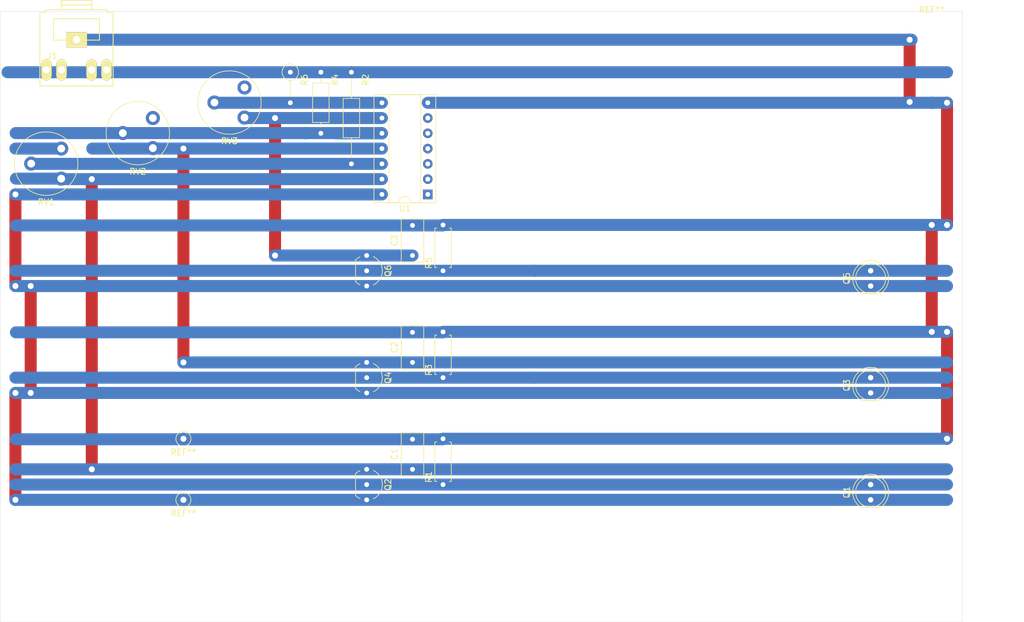
<source format=kicad_pcb>
(kicad_pcb (version 20171130) (host pcbnew "(5.1.6)-1")

  (general
    (thickness 1.6)
    (drawings 7)
    (tracks 96)
    (zones 0)
    (modules 23)
    (nets 16)
  )

  (page A4)
  (layers
    (0 F.Cu signal)
    (31 B.Cu signal)
    (32 B.Adhes user)
    (33 F.Adhes user)
    (34 B.Paste user)
    (35 F.Paste user)
    (36 B.SilkS user)
    (37 F.SilkS user)
    (38 B.Mask user)
    (39 F.Mask user)
    (40 Dwgs.User user)
    (41 Cmts.User user)
    (42 Eco1.User user)
    (43 Eco2.User user)
    (44 Edge.Cuts user)
    (45 Margin user)
    (46 B.CrtYd user)
    (47 F.CrtYd user)
    (48 B.Fab user)
    (49 F.Fab user)
  )

  (setup
    (last_trace_width 2)
    (user_trace_width 2)
    (trace_clearance 0.2)
    (zone_clearance 0.508)
    (zone_45_only no)
    (trace_min 0.2)
    (via_size 0.8)
    (via_drill 0.4)
    (via_min_size 0.4)
    (via_min_drill 0.3)
    (user_via 2 1)
    (uvia_size 0.3)
    (uvia_drill 0.1)
    (uvias_allowed no)
    (uvia_min_size 0.2)
    (uvia_min_drill 0.1)
    (edge_width 0.05)
    (segment_width 0.2)
    (pcb_text_width 0.3)
    (pcb_text_size 1.5 1.5)
    (mod_edge_width 0.12)
    (mod_text_size 1 1)
    (mod_text_width 0.15)
    (pad_size 1.524 1.524)
    (pad_drill 0.762)
    (pad_to_mask_clearance 0.05)
    (aux_axis_origin 0 0)
    (visible_elements 7FFFFFFF)
    (pcbplotparams
      (layerselection 0x010fc_ffffffff)
      (usegerberextensions false)
      (usegerberattributes true)
      (usegerberadvancedattributes true)
      (creategerberjobfile true)
      (excludeedgelayer true)
      (linewidth 0.100000)
      (plotframeref false)
      (viasonmask false)
      (mode 1)
      (useauxorigin false)
      (hpglpennumber 1)
      (hpglpenspeed 20)
      (hpglpendiameter 15.000000)
      (psnegative false)
      (psa4output false)
      (plotreference true)
      (plotvalue true)
      (plotinvisibletext false)
      (padsonsilk false)
      (subtractmaskfromsilk false)
      (outputformat 4)
      (mirror false)
      (drillshape 0)
      (scaleselection 1)
      (outputdirectory "pdf/"))
  )

  (net 0 "")
  (net 1 GND)
  (net 2 "Net-(C1-Pad1)")
  (net 3 "Net-(C2-Pad1)")
  (net 4 "Net-(C3-Pad1)")
  (net 5 "Net-(J1-PadR)")
  (net 6 "Net-(Q1-Pad2)")
  (net 7 +9V)
  (net 8 "Net-(Q3-Pad2)")
  (net 9 "Net-(Q5-Pad2)")
  (net 10 "Net-(R2-Pad2)")
  (net 11 "Net-(R4-Pad2)")
  (net 12 "Net-(R6-Pad2)")
  (net 13 "Net-(RV1-Pad1)")
  (net 14 "Net-(RV2-Pad1)")
  (net 15 "Net-(RV3-Pad1)")

  (net_class Default "This is the default net class."
    (clearance 0.2)
    (trace_width 0.25)
    (via_dia 0.8)
    (via_drill 0.4)
    (uvia_dia 0.3)
    (uvia_drill 0.1)
    (add_net +9V)
    (add_net GND)
    (add_net "Net-(C1-Pad1)")
    (add_net "Net-(C2-Pad1)")
    (add_net "Net-(C3-Pad1)")
    (add_net "Net-(J1-PadR)")
    (add_net "Net-(Q1-Pad2)")
    (add_net "Net-(Q3-Pad2)")
    (add_net "Net-(Q5-Pad2)")
    (add_net "Net-(R2-Pad2)")
    (add_net "Net-(R4-Pad2)")
    (add_net "Net-(R6-Pad2)")
    (add_net "Net-(RV1-Pad1)")
    (add_net "Net-(RV2-Pad1)")
    (add_net "Net-(RV3-Pad1)")
  )

  (module MountingHole:MountingHole_4.3mm_M4 (layer F.Cu) (tedit 56D1B4CB) (tstamp 5F278FFC)
    (at 256.54 55.88)
    (descr "Mounting Hole 4.3mm, no annular, M4")
    (tags "mounting hole 4.3mm no annular m4")
    (attr virtual)
    (fp_text reference REF** (at 0 -5.3) (layer F.SilkS)
      (effects (font (size 1 1) (thickness 0.15)))
    )
    (fp_text value MountingHole_4.3mm_M4 (at 0 5.3) (layer F.Fab)
      (effects (font (size 1 1) (thickness 0.15)))
    )
    (fp_circle (center 0 0) (end 4.55 0) (layer F.CrtYd) (width 0.05))
    (fp_circle (center 0 0) (end 4.3 0) (layer Cmts.User) (width 0.15))
    (fp_text user %R (at 0.3 0) (layer F.Fab)
      (effects (font (size 1 1) (thickness 0.15)))
    )
    (pad 1 np_thru_hole circle (at 0 0) (size 4.3 4.3) (drill 4.3) (layers *.Cu *.Mask))
  )

  (module lib:Tayda_3.5mm_stereo_TRS_jack_A-853 (layer F.Cu) (tedit 56D1364A) (tstamp 5F27BA4F)
    (at 114.3 57.15)
    (path /5F2B22A2)
    (fp_text reference J1 (at -4.03 1.08 180) (layer F.SilkS)
      (effects (font (size 1 1) (thickness 0.15)))
    )
    (fp_text value AudioJack3 (at 0 5 180) (layer F.Fab)
      (effects (font (size 1 1) (thickness 0.15)))
    )
    (fp_line (start 6.096 6.096) (end -6.096 6.096) (layer F.SilkS) (width 0.15))
    (fp_line (start 6.096 -6.096) (end 6.096 6.096) (layer F.SilkS) (width 0.15))
    (fp_line (start -6.096 6.096) (end -6.096 -6.096) (layer F.SilkS) (width 0.15))
    (fp_line (start -2.54 -8.128) (end 2.54 -8.128) (layer F.SilkS) (width 0.15))
    (fp_line (start 5.08 -6.604) (end 5.08 -6.096) (layer F.SilkS) (width 0.15))
    (fp_line (start -5.08 -6.604) (end 5.08 -6.604) (layer F.SilkS) (width 0.15))
    (fp_line (start -5.08 -6.35) (end -5.08 -6.604) (layer F.SilkS) (width 0.15))
    (fp_line (start -5.08 -6.096) (end -5.08 -6.35) (layer F.SilkS) (width 0.15))
    (fp_line (start -2.54 -7.366) (end 2.54 -7.366) (layer F.SilkS) (width 0.15))
    (fp_line (start 2.54 -6.604) (end 2.54 -8.128) (layer F.SilkS) (width 0.15))
    (fp_line (start -2.54 -8.128) (end -2.54 -6.604) (layer F.SilkS) (width 0.15))
    (fp_line (start 6.096 -6.096) (end 5.08 -6.096) (layer F.SilkS) (width 0.15))
    (fp_line (start -5.08 -6.096) (end -6.096 -6.096) (layer F.SilkS) (width 0.15))
    (fp_line (start 3.81 -1.524) (end 1.778 -1.524) (layer F.SilkS) (width 0.15))
    (fp_line (start 3.81 -5.08) (end 3.81 -1.524) (layer F.SilkS) (width 0.15))
    (fp_line (start -3.81 -5.08) (end 3.81 -5.08) (layer F.SilkS) (width 0.15))
    (fp_line (start -3.81 -1.524) (end -3.81 -5.08) (layer F.SilkS) (width 0.15))
    (fp_line (start -1.778 -1.524) (end -3.81 -1.524) (layer F.SilkS) (width 0.15))
    (fp_text user KEEPOUT (at 0 6.48) (layer Cmts.User)
      (effects (font (size 0.4 0.4) (thickness 0.051)))
    )
    (fp_text user %R (at 0 8 180) (layer F.Fab)
      (effects (font (size 1 1) (thickness 0.15)))
    )
    (pad 5 thru_hole oval (at -2.5 3.41) (size 1.75 3.5) (drill 1.2) (layers *.Cu *.Mask F.SilkS)
      (net 5 "Net-(J1-PadR)"))
    (pad 4 thru_hole oval (at 2.5 3.41) (size 1.75 3.5) (drill 1.2) (layers *.Cu *.Mask F.SilkS)
      (net 5 "Net-(J1-PadR)"))
    (pad 3 thru_hole oval (at -5 3.41) (size 1.75 3.5) (drill 1.2) (layers *.Cu *.Mask F.SilkS)
      (net 5 "Net-(J1-PadR)"))
    (pad 2 thru_hole oval (at 5 3.41) (size 1.75 3.5) (drill 1.2) (layers *.Cu *.Mask F.SilkS)
      (net 5 "Net-(J1-PadR)"))
    (pad 1 thru_hole rect (at 0 -1.596) (size 3.5 2.5) (drill 1.2) (layers *.Cu *.Mask F.SilkS)
      (net 1 GND))
  )

  (module Connector_Pin:Pin_D1.0mm_L10.0mm (layer F.Cu) (tedit 5A1DC084) (tstamp 5F27B921)
    (at 132.08 132.08)
    (descr "solder Pin_ diameter 1.0mm, hole diameter 1.0mm (press fit), length 10.0mm")
    (tags "solder Pin_ press fit")
    (fp_text reference REF** (at 0 2.25) (layer F.SilkS)
      (effects (font (size 1 1) (thickness 0.15)))
    )
    (fp_text value Pin_D1.0mm_L10.0mm (at 0 -2.05) (layer F.Fab)
      (effects (font (size 1 1) (thickness 0.15)))
    )
    (fp_circle (center 0 0) (end 1.25 0.05) (layer F.SilkS) (width 0.12))
    (fp_circle (center 0 0) (end 1 0) (layer F.Fab) (width 0.12))
    (fp_circle (center 0 0) (end 0.5 0) (layer F.Fab) (width 0.12))
    (fp_circle (center 0 0) (end 1.5 0) (layer F.CrtYd) (width 0.05))
    (fp_text user %R (at 0 2.25) (layer F.Fab)
      (effects (font (size 1 1) (thickness 0.15)))
    )
    (pad 1 thru_hole circle (at 0 0) (size 2 2) (drill 1) (layers *.Cu *.Mask))
    (model ${KISYS3DMOD}/Connector_Pin.3dshapes/Pin_D1.0mm_L10.0mm.wrl
      (at (xyz 0 0 0))
      (scale (xyz 1 1 1))
      (rotate (xyz 0 0 0))
    )
  )

  (module Connector_Pin:Pin_D1.0mm_L10.0mm (layer F.Cu) (tedit 5A1DC084) (tstamp 5F27B91E)
    (at 132.08 121.92)
    (descr "solder Pin_ diameter 1.0mm, hole diameter 1.0mm (press fit), length 10.0mm")
    (tags "solder Pin_ press fit")
    (fp_text reference REF** (at 0 2.25) (layer F.SilkS)
      (effects (font (size 1 1) (thickness 0.15)))
    )
    (fp_text value Pin_D1.0mm_L10.0mm (at 0 -2.05) (layer F.Fab)
      (effects (font (size 1 1) (thickness 0.15)))
    )
    (fp_circle (center 0 0) (end 1.25 0.05) (layer F.SilkS) (width 0.12))
    (fp_circle (center 0 0) (end 1 0) (layer F.Fab) (width 0.12))
    (fp_circle (center 0 0) (end 0.5 0) (layer F.Fab) (width 0.12))
    (fp_circle (center 0 0) (end 1.5 0) (layer F.CrtYd) (width 0.05))
    (fp_text user %R (at 0 2.25) (layer F.Fab)
      (effects (font (size 1 1) (thickness 0.15)))
    )
    (pad 1 thru_hole circle (at 0 0) (size 2 2) (drill 1) (layers *.Cu *.Mask))
    (model ${KISYS3DMOD}/Connector_Pin.3dshapes/Pin_D1.0mm_L10.0mm.wrl
      (at (xyz 0 0 0))
      (scale (xyz 1 1 1))
      (rotate (xyz 0 0 0))
    )
  )

  (module Resistor_THT:R_Axial_DIN0207_L6.3mm_D2.5mm_P5.08mm_Vertical (layer F.Cu) (tedit 5AE5139B) (tstamp 5F2770F3)
    (at 149.86 60.96 270)
    (descr "Resistor, Axial_DIN0207 series, Axial, Vertical, pin pitch=5.08mm, 0.25W = 1/4W, length*diameter=6.3*2.5mm^2, http://cdn-reichelt.de/documents/datenblatt/B400/1_4W%23YAG.pdf")
    (tags "Resistor Axial_DIN0207 series Axial Vertical pin pitch 5.08mm 0.25W = 1/4W length 6.3mm diameter 2.5mm")
    (path /5F2A269D)
    (fp_text reference R6 (at 1.27 -2.37 90) (layer F.SilkS)
      (effects (font (size 1 1) (thickness 0.15)))
    )
    (fp_text value 10K (at 1.27 2.37 90) (layer F.Fab)
      (effects (font (size 1 1) (thickness 0.15)))
    )
    (fp_line (start 6.13 -1.5) (end -1.5 -1.5) (layer F.CrtYd) (width 0.05))
    (fp_line (start 6.13 1.5) (end 6.13 -1.5) (layer F.CrtYd) (width 0.05))
    (fp_line (start -1.5 1.5) (end 6.13 1.5) (layer F.CrtYd) (width 0.05))
    (fp_line (start -1.5 -1.5) (end -1.5 1.5) (layer F.CrtYd) (width 0.05))
    (fp_line (start 1.37 0) (end 3.98 0) (layer F.SilkS) (width 0.12))
    (fp_line (start 0 0) (end 5.08 0) (layer F.Fab) (width 0.1))
    (fp_circle (center 0 0) (end 1.37 0) (layer F.SilkS) (width 0.12))
    (fp_circle (center 0 0) (end 1.25 0) (layer F.Fab) (width 0.1))
    (fp_text user %R (at 1.27 -2.37 90) (layer F.Fab)
      (effects (font (size 1 1) (thickness 0.15)))
    )
    (pad 2 thru_hole oval (at 5.08 0 270) (size 1.6 1.6) (drill 0.8) (layers *.Cu *.Mask)
      (net 12 "Net-(R6-Pad2)"))
    (pad 1 thru_hole circle (at 0 0 270) (size 1.6 1.6) (drill 0.8) (layers *.Cu *.Mask)
      (net 5 "Net-(J1-PadR)"))
    (model ${KISYS3DMOD}/Resistor_THT.3dshapes/R_Axial_DIN0207_L6.3mm_D2.5mm_P5.08mm_Vertical.wrl
      (at (xyz 0 0 0))
      (scale (xyz 1 1 1))
      (rotate (xyz 0 0 0))
    )
  )

  (module Resistor_THT:R_Axial_DIN0207_L6.3mm_D2.5mm_P10.16mm_Horizontal (layer F.Cu) (tedit 5AE5139B) (tstamp 5F27B733)
    (at 154.94 60.96 270)
    (descr "Resistor, Axial_DIN0207 series, Axial, Horizontal, pin pitch=10.16mm, 0.25W = 1/4W, length*diameter=6.3*2.5mm^2, http://cdn-reichelt.de/documents/datenblatt/B400/1_4W%23YAG.pdf")
    (tags "Resistor Axial_DIN0207 series Axial Horizontal pin pitch 10.16mm 0.25W = 1/4W length 6.3mm diameter 2.5mm")
    (path /5F2A0A4D)
    (fp_text reference R4 (at 1.27 -2.37 270) (layer F.SilkS)
      (effects (font (size 1 1) (thickness 0.15)))
    )
    (fp_text value 10K (at 1.27 2.37 270) (layer F.Fab)
      (effects (font (size 1 1) (thickness 0.15)))
    )
    (fp_line (start 11.21 -1.5) (end -1.05 -1.5) (layer F.CrtYd) (width 0.05))
    (fp_line (start 11.21 1.5) (end 11.21 -1.5) (layer F.CrtYd) (width 0.05))
    (fp_line (start -1.05 1.5) (end 11.21 1.5) (layer F.CrtYd) (width 0.05))
    (fp_line (start -1.05 -1.5) (end -1.05 1.5) (layer F.CrtYd) (width 0.05))
    (fp_line (start 9.12 0) (end 8.35 0) (layer F.SilkS) (width 0.12))
    (fp_line (start 1.04 0) (end 1.81 0) (layer F.SilkS) (width 0.12))
    (fp_line (start 8.35 -1.37) (end 1.81 -1.37) (layer F.SilkS) (width 0.12))
    (fp_line (start 8.35 1.37) (end 8.35 -1.37) (layer F.SilkS) (width 0.12))
    (fp_line (start 1.81 1.37) (end 8.35 1.37) (layer F.SilkS) (width 0.12))
    (fp_line (start 1.81 -1.37) (end 1.81 1.37) (layer F.SilkS) (width 0.12))
    (fp_line (start 10.16 0) (end 8.23 0) (layer F.Fab) (width 0.1))
    (fp_line (start 0 0) (end 1.93 0) (layer F.Fab) (width 0.1))
    (fp_line (start 8.23 -1.25) (end 1.93 -1.25) (layer F.Fab) (width 0.1))
    (fp_line (start 8.23 1.25) (end 8.23 -1.25) (layer F.Fab) (width 0.1))
    (fp_line (start 1.93 1.25) (end 8.23 1.25) (layer F.Fab) (width 0.1))
    (fp_line (start 1.93 -1.25) (end 1.93 1.25) (layer F.Fab) (width 0.1))
    (fp_text user %R (at 1.27 -2.37 270) (layer F.Fab)
      (effects (font (size 1 1) (thickness 0.15)))
    )
    (pad 2 thru_hole oval (at 10.16 0 270) (size 1.6 1.6) (drill 0.8) (layers *.Cu *.Mask)
      (net 11 "Net-(R4-Pad2)"))
    (pad 1 thru_hole circle (at 0 0 270) (size 1.6 1.6) (drill 0.8) (layers *.Cu *.Mask)
      (net 5 "Net-(J1-PadR)"))
    (model ${KISYS3DMOD}/Resistor_THT.3dshapes/R_Axial_DIN0207_L6.3mm_D2.5mm_P10.16mm_Horizontal.wrl
      (at (xyz 0 0 0))
      (scale (xyz 1 1 1))
      (rotate (xyz 0 0 0))
    )
  )

  (module Resistor_THT:R_Axial_DIN0207_L6.3mm_D2.5mm_P15.24mm_Horizontal (layer F.Cu) (tedit 5AE5139B) (tstamp 5F27B3D0)
    (at 160.02 60.96 270)
    (descr "Resistor, Axial_DIN0207 series, Axial, Horizontal, pin pitch=15.24mm, 0.25W = 1/4W, length*diameter=6.3*2.5mm^2, http://cdn-reichelt.de/documents/datenblatt/B400/1_4W%23YAG.pdf")
    (tags "Resistor Axial_DIN0207 series Axial Horizontal pin pitch 15.24mm 0.25W = 1/4W length 6.3mm diameter 2.5mm")
    (path /5F282D63)
    (fp_text reference R2 (at 1.27 -2.37 90) (layer F.SilkS)
      (effects (font (size 1 1) (thickness 0.15)))
    )
    (fp_text value 10K (at 1.27 2.37 90) (layer F.Fab)
      (effects (font (size 1 1) (thickness 0.15)))
    )
    (fp_line (start 16.29 -1.5) (end -1.05 -1.5) (layer F.CrtYd) (width 0.05))
    (fp_line (start 16.29 1.5) (end 16.29 -1.5) (layer F.CrtYd) (width 0.05))
    (fp_line (start -1.05 1.5) (end 16.29 1.5) (layer F.CrtYd) (width 0.05))
    (fp_line (start -1.05 -1.5) (end -1.05 1.5) (layer F.CrtYd) (width 0.05))
    (fp_line (start 14.2 0) (end 10.89 0) (layer F.SilkS) (width 0.12))
    (fp_line (start 1.04 0) (end 4.35 0) (layer F.SilkS) (width 0.12))
    (fp_line (start 10.89 -1.37) (end 4.35 -1.37) (layer F.SilkS) (width 0.12))
    (fp_line (start 10.89 1.37) (end 10.89 -1.37) (layer F.SilkS) (width 0.12))
    (fp_line (start 4.35 1.37) (end 10.89 1.37) (layer F.SilkS) (width 0.12))
    (fp_line (start 4.35 -1.37) (end 4.35 1.37) (layer F.SilkS) (width 0.12))
    (fp_line (start 15.24 0) (end 10.77 0) (layer F.Fab) (width 0.1))
    (fp_line (start 0 0) (end 4.47 0) (layer F.Fab) (width 0.1))
    (fp_line (start 10.77 -1.25) (end 4.47 -1.25) (layer F.Fab) (width 0.1))
    (fp_line (start 10.77 1.25) (end 10.77 -1.25) (layer F.Fab) (width 0.1))
    (fp_line (start 4.47 1.25) (end 10.77 1.25) (layer F.Fab) (width 0.1))
    (fp_line (start 4.47 -1.25) (end 4.47 1.25) (layer F.Fab) (width 0.1))
    (fp_text user %R (at 1.27 -2.37 90) (layer F.Fab)
      (effects (font (size 1 1) (thickness 0.15)))
    )
    (pad 2 thru_hole oval (at 15.24 0 270) (size 1.6 1.6) (drill 0.8) (layers *.Cu *.Mask)
      (net 10 "Net-(R2-Pad2)"))
    (pad 1 thru_hole circle (at 0 0 270) (size 1.6 1.6) (drill 0.8) (layers *.Cu *.Mask)
      (net 5 "Net-(J1-PadR)"))
    (model ${KISYS3DMOD}/Resistor_THT.3dshapes/R_Axial_DIN0207_L6.3mm_D2.5mm_P15.24mm_Horizontal.wrl
      (at (xyz 0 0 0))
      (scale (xyz 1 1 1))
      (rotate (xyz 0 0 0))
    )
  )

  (module Resistor_THT:R_Axial_DIN0207_L6.3mm_D2.5mm_P7.62mm_Horizontal (layer F.Cu) (tedit 5AE5139B) (tstamp 5F27AB1C)
    (at 175.26 93.98 90)
    (descr "Resistor, Axial_DIN0207 series, Axial, Horizontal, pin pitch=7.62mm, 0.25W = 1/4W, length*diameter=6.3*2.5mm^2, http://cdn-reichelt.de/documents/datenblatt/B400/1_4W%23YAG.pdf")
    (tags "Resistor Axial_DIN0207 series Axial Horizontal pin pitch 7.62mm 0.25W = 1/4W length 6.3mm diameter 2.5mm")
    (path /5F2A2661)
    (fp_text reference R5 (at 1.27 -2.37 90) (layer F.SilkS)
      (effects (font (size 1 1) (thickness 0.15)))
    )
    (fp_text value 4K7 (at 1.27 2.37 90) (layer F.Fab)
      (effects (font (size 1 1) (thickness 0.15)))
    )
    (fp_line (start 8.67 -1.5) (end -1.05 -1.5) (layer F.CrtYd) (width 0.05))
    (fp_line (start 8.67 1.5) (end 8.67 -1.5) (layer F.CrtYd) (width 0.05))
    (fp_line (start -1.05 1.5) (end 8.67 1.5) (layer F.CrtYd) (width 0.05))
    (fp_line (start -1.05 -1.5) (end -1.05 1.5) (layer F.CrtYd) (width 0.05))
    (fp_line (start 7.08 1.37) (end 7.08 1.04) (layer F.SilkS) (width 0.12))
    (fp_line (start 0.54 1.37) (end 7.08 1.37) (layer F.SilkS) (width 0.12))
    (fp_line (start 0.54 1.04) (end 0.54 1.37) (layer F.SilkS) (width 0.12))
    (fp_line (start 7.08 -1.37) (end 7.08 -1.04) (layer F.SilkS) (width 0.12))
    (fp_line (start 0.54 -1.37) (end 7.08 -1.37) (layer F.SilkS) (width 0.12))
    (fp_line (start 0.54 -1.04) (end 0.54 -1.37) (layer F.SilkS) (width 0.12))
    (fp_line (start 7.62 0) (end 6.96 0) (layer F.Fab) (width 0.1))
    (fp_line (start 0 0) (end 0.66 0) (layer F.Fab) (width 0.1))
    (fp_line (start 6.96 -1.25) (end 0.66 -1.25) (layer F.Fab) (width 0.1))
    (fp_line (start 6.96 1.25) (end 6.96 -1.25) (layer F.Fab) (width 0.1))
    (fp_line (start 0.66 1.25) (end 6.96 1.25) (layer F.Fab) (width 0.1))
    (fp_line (start 0.66 -1.25) (end 0.66 1.25) (layer F.Fab) (width 0.1))
    (fp_text user %R (at 1.27 -2.37 90) (layer F.Fab)
      (effects (font (size 1 1) (thickness 0.15)))
    )
    (pad 2 thru_hole oval (at 7.62 0 90) (size 1.6 1.6) (drill 0.8) (layers *.Cu *.Mask)
      (net 1 GND))
    (pad 1 thru_hole circle (at 0 0 90) (size 1.6 1.6) (drill 0.8) (layers *.Cu *.Mask)
      (net 9 "Net-(Q5-Pad2)"))
    (model ${KISYS3DMOD}/Resistor_THT.3dshapes/R_Axial_DIN0207_L6.3mm_D2.5mm_P7.62mm_Horizontal.wrl
      (at (xyz 0 0 0))
      (scale (xyz 1 1 1))
      (rotate (xyz 0 0 0))
    )
  )

  (module Resistor_THT:R_Axial_DIN0207_L6.3mm_D2.5mm_P7.62mm_Horizontal (layer F.Cu) (tedit 5AE5139B) (tstamp 5F2791F9)
    (at 175.26 111.76 90)
    (descr "Resistor, Axial_DIN0207 series, Axial, Horizontal, pin pitch=7.62mm, 0.25W = 1/4W, length*diameter=6.3*2.5mm^2, http://cdn-reichelt.de/documents/datenblatt/B400/1_4W%23YAG.pdf")
    (tags "Resistor Axial_DIN0207 series Axial Horizontal pin pitch 7.62mm 0.25W = 1/4W length 6.3mm diameter 2.5mm")
    (path /5F2A0A11)
    (fp_text reference R3 (at 1.27 -2.37 90) (layer F.SilkS)
      (effects (font (size 1 1) (thickness 0.15)))
    )
    (fp_text value 4K7 (at 1.27 2.37 90) (layer F.Fab)
      (effects (font (size 1 1) (thickness 0.15)))
    )
    (fp_line (start 8.67 -1.5) (end -1.05 -1.5) (layer F.CrtYd) (width 0.05))
    (fp_line (start 8.67 1.5) (end 8.67 -1.5) (layer F.CrtYd) (width 0.05))
    (fp_line (start -1.05 1.5) (end 8.67 1.5) (layer F.CrtYd) (width 0.05))
    (fp_line (start -1.05 -1.5) (end -1.05 1.5) (layer F.CrtYd) (width 0.05))
    (fp_line (start 7.08 1.37) (end 7.08 1.04) (layer F.SilkS) (width 0.12))
    (fp_line (start 0.54 1.37) (end 7.08 1.37) (layer F.SilkS) (width 0.12))
    (fp_line (start 0.54 1.04) (end 0.54 1.37) (layer F.SilkS) (width 0.12))
    (fp_line (start 7.08 -1.37) (end 7.08 -1.04) (layer F.SilkS) (width 0.12))
    (fp_line (start 0.54 -1.37) (end 7.08 -1.37) (layer F.SilkS) (width 0.12))
    (fp_line (start 0.54 -1.04) (end 0.54 -1.37) (layer F.SilkS) (width 0.12))
    (fp_line (start 7.62 0) (end 6.96 0) (layer F.Fab) (width 0.1))
    (fp_line (start 0 0) (end 0.66 0) (layer F.Fab) (width 0.1))
    (fp_line (start 6.96 -1.25) (end 0.66 -1.25) (layer F.Fab) (width 0.1))
    (fp_line (start 6.96 1.25) (end 6.96 -1.25) (layer F.Fab) (width 0.1))
    (fp_line (start 0.66 1.25) (end 6.96 1.25) (layer F.Fab) (width 0.1))
    (fp_line (start 0.66 -1.25) (end 0.66 1.25) (layer F.Fab) (width 0.1))
    (fp_text user %R (at 1.27 -2.37 90) (layer F.Fab)
      (effects (font (size 1 1) (thickness 0.15)))
    )
    (pad 2 thru_hole oval (at 7.62 0 90) (size 1.6 1.6) (drill 0.8) (layers *.Cu *.Mask)
      (net 1 GND))
    (pad 1 thru_hole circle (at 0 0 90) (size 1.6 1.6) (drill 0.8) (layers *.Cu *.Mask)
      (net 8 "Net-(Q3-Pad2)"))
    (model ${KISYS3DMOD}/Resistor_THT.3dshapes/R_Axial_DIN0207_L6.3mm_D2.5mm_P7.62mm_Horizontal.wrl
      (at (xyz 0 0 0))
      (scale (xyz 1 1 1))
      (rotate (xyz 0 0 0))
    )
  )

  (module Resistor_THT:R_Axial_DIN0207_L6.3mm_D2.5mm_P7.62mm_Horizontal (layer F.Cu) (tedit 5AE5139B) (tstamp 5F27917B)
    (at 175.26 129.54 90)
    (descr "Resistor, Axial_DIN0207 series, Axial, Horizontal, pin pitch=7.62mm, 0.25W = 1/4W, length*diameter=6.3*2.5mm^2, http://cdn-reichelt.de/documents/datenblatt/B400/1_4W%23YAG.pdf")
    (tags "Resistor Axial_DIN0207 series Axial Horizontal pin pitch 7.62mm 0.25W = 1/4W length 6.3mm diameter 2.5mm")
    (path /5F271548)
    (fp_text reference R1 (at 1.27 -2.37 90) (layer F.SilkS)
      (effects (font (size 1 1) (thickness 0.15)))
    )
    (fp_text value 4K7 (at 1.27 2.37 90) (layer F.Fab)
      (effects (font (size 1 1) (thickness 0.15)))
    )
    (fp_line (start 8.67 -1.5) (end -1.05 -1.5) (layer F.CrtYd) (width 0.05))
    (fp_line (start 8.67 1.5) (end 8.67 -1.5) (layer F.CrtYd) (width 0.05))
    (fp_line (start -1.05 1.5) (end 8.67 1.5) (layer F.CrtYd) (width 0.05))
    (fp_line (start -1.05 -1.5) (end -1.05 1.5) (layer F.CrtYd) (width 0.05))
    (fp_line (start 7.08 1.37) (end 7.08 1.04) (layer F.SilkS) (width 0.12))
    (fp_line (start 0.54 1.37) (end 7.08 1.37) (layer F.SilkS) (width 0.12))
    (fp_line (start 0.54 1.04) (end 0.54 1.37) (layer F.SilkS) (width 0.12))
    (fp_line (start 7.08 -1.37) (end 7.08 -1.04) (layer F.SilkS) (width 0.12))
    (fp_line (start 0.54 -1.37) (end 7.08 -1.37) (layer F.SilkS) (width 0.12))
    (fp_line (start 0.54 -1.04) (end 0.54 -1.37) (layer F.SilkS) (width 0.12))
    (fp_line (start 7.62 0) (end 6.96 0) (layer F.Fab) (width 0.1))
    (fp_line (start 0 0) (end 0.66 0) (layer F.Fab) (width 0.1))
    (fp_line (start 6.96 -1.25) (end 0.66 -1.25) (layer F.Fab) (width 0.1))
    (fp_line (start 6.96 1.25) (end 6.96 -1.25) (layer F.Fab) (width 0.1))
    (fp_line (start 0.66 1.25) (end 6.96 1.25) (layer F.Fab) (width 0.1))
    (fp_line (start 0.66 -1.25) (end 0.66 1.25) (layer F.Fab) (width 0.1))
    (fp_text user %R (at 1.27 -2.37 90) (layer F.Fab)
      (effects (font (size 1 1) (thickness 0.15)))
    )
    (pad 2 thru_hole oval (at 7.62 0 90) (size 1.6 1.6) (drill 0.8) (layers *.Cu *.Mask)
      (net 1 GND))
    (pad 1 thru_hole circle (at 0 0 90) (size 1.6 1.6) (drill 0.8) (layers *.Cu *.Mask)
      (net 6 "Net-(Q1-Pad2)"))
    (model ${KISYS3DMOD}/Resistor_THT.3dshapes/R_Axial_DIN0207_L6.3mm_D2.5mm_P7.62mm_Horizontal.wrl
      (at (xyz 0 0 0))
      (scale (xyz 1 1 1))
      (rotate (xyz 0 0 0))
    )
  )

  (module Potentiometer_THT:Potentiometer_Piher_PT-10-V05_Vertical (layer F.Cu) (tedit 5A3D4994) (tstamp 5F277120)
    (at 142.24 63.5 180)
    (descr "Potentiometer, vertical, Piher PT-10-V05, http://www.piher-nacesa.com/pdf/12-PT10v03.pdf")
    (tags "Potentiometer vertical Piher PT-10-V05")
    (path /5F2A2691)
    (fp_text reference RV3 (at 2.5 -8.9) (layer F.SilkS)
      (effects (font (size 1 1) (thickness 0.15)))
    )
    (fp_text value R_POT (at 2.5 3.9) (layer F.Fab)
      (effects (font (size 1 1) (thickness 0.15)))
    )
    (fp_line (start 7.9 -7.9) (end -2.9 -7.9) (layer F.CrtYd) (width 0.05))
    (fp_line (start 7.9 2.95) (end 7.9 -7.9) (layer F.CrtYd) (width 0.05))
    (fp_line (start -2.9 2.95) (end 7.9 2.95) (layer F.CrtYd) (width 0.05))
    (fp_line (start -2.9 -7.9) (end -2.9 2.95) (layer F.CrtYd) (width 0.05))
    (fp_circle (center 2.501 -2.5) (end 7.771 -2.5) (layer F.SilkS) (width 0.12))
    (fp_circle (center 2.5 -2.5) (end 4 -2.5) (layer F.Fab) (width 0.1))
    (fp_circle (center 2.5 -2.5) (end 7.65 -2.5) (layer F.Fab) (width 0.1))
    (fp_text user %R (at -1.45 -2.5 90) (layer F.Fab)
      (effects (font (size 1 1) (thickness 0.15)))
    )
    (pad 1 thru_hole circle (at 0 0 180) (size 2.34 2.34) (drill 1.3) (layers *.Cu *.Mask)
      (net 15 "Net-(RV3-Pad1)"))
    (pad 2 thru_hole circle (at 5 -2.5 180) (size 2.34 2.34) (drill 1.3) (layers *.Cu *.Mask)
      (net 12 "Net-(R6-Pad2)"))
    (pad 3 thru_hole circle (at 0 -5 180) (size 2.34 2.34) (drill 1.3) (layers *.Cu *.Mask)
      (net 4 "Net-(C3-Pad1)"))
    (model ${KISYS3DMOD}/Potentiometer_THT.3dshapes/Potentiometer_Piher_PT-10-V05_Vertical.wrl
      (at (xyz 0 0 0))
      (scale (xyz 1 1 1))
      (rotate (xyz 0 0 0))
    )
  )

  (module Potentiometer_THT:Potentiometer_Piher_PT-10-V05_Vertical (layer F.Cu) (tedit 5A3D4994) (tstamp 5F277111)
    (at 127 68.58 180)
    (descr "Potentiometer, vertical, Piher PT-10-V05, http://www.piher-nacesa.com/pdf/12-PT10v03.pdf")
    (tags "Potentiometer vertical Piher PT-10-V05")
    (path /5F2A0A41)
    (fp_text reference RV2 (at 2.5 -8.9) (layer F.SilkS)
      (effects (font (size 1 1) (thickness 0.15)))
    )
    (fp_text value R_POT (at 2.5 3.9) (layer F.Fab)
      (effects (font (size 1 1) (thickness 0.15)))
    )
    (fp_line (start 7.9 -7.9) (end -2.9 -7.9) (layer F.CrtYd) (width 0.05))
    (fp_line (start 7.9 2.95) (end 7.9 -7.9) (layer F.CrtYd) (width 0.05))
    (fp_line (start -2.9 2.95) (end 7.9 2.95) (layer F.CrtYd) (width 0.05))
    (fp_line (start -2.9 -7.9) (end -2.9 2.95) (layer F.CrtYd) (width 0.05))
    (fp_circle (center 2.501 -2.5) (end 7.771 -2.5) (layer F.SilkS) (width 0.12))
    (fp_circle (center 2.5 -2.5) (end 4 -2.5) (layer F.Fab) (width 0.1))
    (fp_circle (center 2.5 -2.5) (end 7.65 -2.5) (layer F.Fab) (width 0.1))
    (fp_text user %R (at -1.45 -2.5 90) (layer F.Fab)
      (effects (font (size 1 1) (thickness 0.15)))
    )
    (pad 1 thru_hole circle (at 0 0 180) (size 2.34 2.34) (drill 1.3) (layers *.Cu *.Mask)
      (net 14 "Net-(RV2-Pad1)"))
    (pad 2 thru_hole circle (at 5 -2.5 180) (size 2.34 2.34) (drill 1.3) (layers *.Cu *.Mask)
      (net 11 "Net-(R4-Pad2)"))
    (pad 3 thru_hole circle (at 0 -5 180) (size 2.34 2.34) (drill 1.3) (layers *.Cu *.Mask)
      (net 3 "Net-(C2-Pad1)"))
    (model ${KISYS3DMOD}/Potentiometer_THT.3dshapes/Potentiometer_Piher_PT-10-V05_Vertical.wrl
      (at (xyz 0 0 0))
      (scale (xyz 1 1 1))
      (rotate (xyz 0 0 0))
    )
  )

  (module Potentiometer_THT:Potentiometer_Piher_PT-10-V05_Vertical (layer F.Cu) (tedit 5A3D4994) (tstamp 5F279A8A)
    (at 111.76 73.66 180)
    (descr "Potentiometer, vertical, Piher PT-10-V05, http://www.piher-nacesa.com/pdf/12-PT10v03.pdf")
    (tags "Potentiometer vertical Piher PT-10-V05")
    (path /5F27F43B)
    (fp_text reference RV1 (at 2.5 -8.9) (layer F.SilkS)
      (effects (font (size 1 1) (thickness 0.15)))
    )
    (fp_text value R_POT (at 2.5 3.9) (layer F.Fab)
      (effects (font (size 1 1) (thickness 0.15)))
    )
    (fp_line (start 7.9 -7.9) (end -2.9 -7.9) (layer F.CrtYd) (width 0.05))
    (fp_line (start 7.9 2.95) (end 7.9 -7.9) (layer F.CrtYd) (width 0.05))
    (fp_line (start -2.9 2.95) (end 7.9 2.95) (layer F.CrtYd) (width 0.05))
    (fp_line (start -2.9 -7.9) (end -2.9 2.95) (layer F.CrtYd) (width 0.05))
    (fp_circle (center 2.501 -2.5) (end 7.771 -2.5) (layer F.SilkS) (width 0.12))
    (fp_circle (center 2.5 -2.5) (end 4 -2.5) (layer F.Fab) (width 0.1))
    (fp_circle (center 2.5 -2.5) (end 7.65 -2.5) (layer F.Fab) (width 0.1))
    (fp_text user %R (at -1.45 -2.5 90) (layer F.Fab)
      (effects (font (size 1 1) (thickness 0.15)))
    )
    (pad 1 thru_hole circle (at 0 0 180) (size 2.34 2.34) (drill 1.3) (layers *.Cu *.Mask)
      (net 13 "Net-(RV1-Pad1)"))
    (pad 2 thru_hole circle (at 5 -2.5 180) (size 2.34 2.34) (drill 1.3) (layers *.Cu *.Mask)
      (net 10 "Net-(R2-Pad2)"))
    (pad 3 thru_hole circle (at 0 -5 180) (size 2.34 2.34) (drill 1.3) (layers *.Cu *.Mask)
      (net 2 "Net-(C1-Pad1)"))
    (model ${KISYS3DMOD}/Potentiometer_THT.3dshapes/Potentiometer_Piher_PT-10-V05_Vertical.wrl
      (at (xyz 0 0 0))
      (scale (xyz 1 1 1))
      (rotate (xyz 0 0 0))
    )
  )

  (module Capacitor_THT:C_Rect_L7.0mm_W3.5mm_P5.00mm (layer F.Cu) (tedit 5AE50EF0) (tstamp 5F27A85E)
    (at 170.18 91.44 90)
    (descr "C, Rect series, Radial, pin pitch=5.00mm, , length*width=7*3.5mm^2, Capacitor")
    (tags "C Rect series Radial pin pitch 5.00mm  length 7mm width 3.5mm Capacitor")
    (path /5F2A267C)
    (fp_text reference C3 (at 2.5 -3 90) (layer F.SilkS)
      (effects (font (size 1 1) (thickness 0.15)))
    )
    (fp_text value C (at 2.5 3 90) (layer F.Fab)
      (effects (font (size 1 1) (thickness 0.15)))
    )
    (fp_line (start 6.25 -2) (end -1.25 -2) (layer F.CrtYd) (width 0.05))
    (fp_line (start 6.25 2) (end 6.25 -2) (layer F.CrtYd) (width 0.05))
    (fp_line (start -1.25 2) (end 6.25 2) (layer F.CrtYd) (width 0.05))
    (fp_line (start -1.25 -2) (end -1.25 2) (layer F.CrtYd) (width 0.05))
    (fp_line (start 6.12 -1.87) (end 6.12 1.87) (layer F.SilkS) (width 0.12))
    (fp_line (start -1.12 -1.87) (end -1.12 1.87) (layer F.SilkS) (width 0.12))
    (fp_line (start -1.12 1.87) (end 6.12 1.87) (layer F.SilkS) (width 0.12))
    (fp_line (start -1.12 -1.87) (end 6.12 -1.87) (layer F.SilkS) (width 0.12))
    (fp_line (start 6 -1.75) (end -1 -1.75) (layer F.Fab) (width 0.1))
    (fp_line (start 6 1.75) (end 6 -1.75) (layer F.Fab) (width 0.1))
    (fp_line (start -1 1.75) (end 6 1.75) (layer F.Fab) (width 0.1))
    (fp_line (start -1 -1.75) (end -1 1.75) (layer F.Fab) (width 0.1))
    (fp_text user %R (at 2.5 0 90) (layer F.Fab)
      (effects (font (size 1 1) (thickness 0.15)))
    )
    (pad 2 thru_hole circle (at 5 0 90) (size 1.6 1.6) (drill 0.8) (layers *.Cu *.Mask)
      (net 1 GND))
    (pad 1 thru_hole circle (at 0 0 90) (size 1.6 1.6) (drill 0.8) (layers *.Cu *.Mask)
      (net 4 "Net-(C3-Pad1)"))
    (model ${KISYS3DMOD}/Capacitor_THT.3dshapes/C_Rect_L7.0mm_W3.5mm_P5.00mm.wrl
      (at (xyz 0 0 0))
      (scale (xyz 1 1 1))
      (rotate (xyz 0 0 0))
    )
  )

  (module Capacitor_THT:C_Rect_L7.0mm_W3.5mm_P5.00mm (layer F.Cu) (tedit 5AE50EF0) (tstamp 5F27AA83)
    (at 170.18 109.22 90)
    (descr "C, Rect series, Radial, pin pitch=5.00mm, , length*width=7*3.5mm^2, Capacitor")
    (tags "C Rect series Radial pin pitch 5.00mm  length 7mm width 3.5mm Capacitor")
    (path /5F2A0A2C)
    (fp_text reference C2 (at 2.5 -3 90) (layer F.SilkS)
      (effects (font (size 1 1) (thickness 0.15)))
    )
    (fp_text value C (at 2.5 3 90) (layer F.Fab)
      (effects (font (size 1 1) (thickness 0.15)))
    )
    (fp_line (start 6.25 -2) (end -1.25 -2) (layer F.CrtYd) (width 0.05))
    (fp_line (start 6.25 2) (end 6.25 -2) (layer F.CrtYd) (width 0.05))
    (fp_line (start -1.25 2) (end 6.25 2) (layer F.CrtYd) (width 0.05))
    (fp_line (start -1.25 -2) (end -1.25 2) (layer F.CrtYd) (width 0.05))
    (fp_line (start 6.12 -1.87) (end 6.12 1.87) (layer F.SilkS) (width 0.12))
    (fp_line (start -1.12 -1.87) (end -1.12 1.87) (layer F.SilkS) (width 0.12))
    (fp_line (start -1.12 1.87) (end 6.12 1.87) (layer F.SilkS) (width 0.12))
    (fp_line (start -1.12 -1.87) (end 6.12 -1.87) (layer F.SilkS) (width 0.12))
    (fp_line (start 6 -1.75) (end -1 -1.75) (layer F.Fab) (width 0.1))
    (fp_line (start 6 1.75) (end 6 -1.75) (layer F.Fab) (width 0.1))
    (fp_line (start -1 1.75) (end 6 1.75) (layer F.Fab) (width 0.1))
    (fp_line (start -1 -1.75) (end -1 1.75) (layer F.Fab) (width 0.1))
    (fp_text user %R (at 2.5 0 90) (layer F.Fab)
      (effects (font (size 1 1) (thickness 0.15)))
    )
    (pad 2 thru_hole circle (at 5 0 90) (size 1.6 1.6) (drill 0.8) (layers *.Cu *.Mask)
      (net 1 GND))
    (pad 1 thru_hole circle (at 0 0 90) (size 1.6 1.6) (drill 0.8) (layers *.Cu *.Mask)
      (net 3 "Net-(C2-Pad1)"))
    (model ${KISYS3DMOD}/Capacitor_THT.3dshapes/C_Rect_L7.0mm_W3.5mm_P5.00mm.wrl
      (at (xyz 0 0 0))
      (scale (xyz 1 1 1))
      (rotate (xyz 0 0 0))
    )
  )

  (module Package_DIP:DIP-14_W7.62mm_Socket (layer F.Cu) (tedit 5A02E8C5) (tstamp 5F27714A)
    (at 172.72 81.28 180)
    (descr "14-lead though-hole mounted DIP package, row spacing 7.62 mm (300 mils), Socket")
    (tags "THT DIP DIL PDIP 2.54mm 7.62mm 300mil Socket")
    (path /5F279BF8)
    (fp_text reference U1 (at 3.81 -2.33) (layer F.SilkS)
      (effects (font (size 1 1) (thickness 0.15)))
    )
    (fp_text value 40106 (at 3.81 17.57) (layer F.Fab)
      (effects (font (size 1 1) (thickness 0.15)))
    )
    (fp_line (start 1.635 -1.27) (end 6.985 -1.27) (layer F.Fab) (width 0.1))
    (fp_line (start 6.985 -1.27) (end 6.985 16.51) (layer F.Fab) (width 0.1))
    (fp_line (start 6.985 16.51) (end 0.635 16.51) (layer F.Fab) (width 0.1))
    (fp_line (start 0.635 16.51) (end 0.635 -0.27) (layer F.Fab) (width 0.1))
    (fp_line (start 0.635 -0.27) (end 1.635 -1.27) (layer F.Fab) (width 0.1))
    (fp_line (start -1.27 -1.33) (end -1.27 16.57) (layer F.Fab) (width 0.1))
    (fp_line (start -1.27 16.57) (end 8.89 16.57) (layer F.Fab) (width 0.1))
    (fp_line (start 8.89 16.57) (end 8.89 -1.33) (layer F.Fab) (width 0.1))
    (fp_line (start 8.89 -1.33) (end -1.27 -1.33) (layer F.Fab) (width 0.1))
    (fp_line (start 2.81 -1.33) (end 1.16 -1.33) (layer F.SilkS) (width 0.12))
    (fp_line (start 1.16 -1.33) (end 1.16 16.57) (layer F.SilkS) (width 0.12))
    (fp_line (start 1.16 16.57) (end 6.46 16.57) (layer F.SilkS) (width 0.12))
    (fp_line (start 6.46 16.57) (end 6.46 -1.33) (layer F.SilkS) (width 0.12))
    (fp_line (start 6.46 -1.33) (end 4.81 -1.33) (layer F.SilkS) (width 0.12))
    (fp_line (start -1.33 -1.39) (end -1.33 16.63) (layer F.SilkS) (width 0.12))
    (fp_line (start -1.33 16.63) (end 8.95 16.63) (layer F.SilkS) (width 0.12))
    (fp_line (start 8.95 16.63) (end 8.95 -1.39) (layer F.SilkS) (width 0.12))
    (fp_line (start 8.95 -1.39) (end -1.33 -1.39) (layer F.SilkS) (width 0.12))
    (fp_line (start -1.55 -1.6) (end -1.55 16.85) (layer F.CrtYd) (width 0.05))
    (fp_line (start -1.55 16.85) (end 9.15 16.85) (layer F.CrtYd) (width 0.05))
    (fp_line (start 9.15 16.85) (end 9.15 -1.6) (layer F.CrtYd) (width 0.05))
    (fp_line (start 9.15 -1.6) (end -1.55 -1.6) (layer F.CrtYd) (width 0.05))
    (fp_text user %R (at 3.81 7.62) (layer F.Fab)
      (effects (font (size 1 1) (thickness 0.15)))
    )
    (fp_arc (start 3.81 -1.33) (end 2.81 -1.33) (angle -180) (layer F.SilkS) (width 0.12))
    (pad 14 thru_hole oval (at 7.62 0 180) (size 1.6 1.6) (drill 0.8) (layers *.Cu *.Mask)
      (net 7 +9V))
    (pad 7 thru_hole oval (at 0 15.24 180) (size 1.6 1.6) (drill 0.8) (layers *.Cu *.Mask)
      (net 1 GND))
    (pad 13 thru_hole oval (at 7.62 2.54 180) (size 1.6 1.6) (drill 0.8) (layers *.Cu *.Mask)
      (net 2 "Net-(C1-Pad1)"))
    (pad 6 thru_hole oval (at 0 12.7 180) (size 1.6 1.6) (drill 0.8) (layers *.Cu *.Mask))
    (pad 12 thru_hole oval (at 7.62 5.08 180) (size 1.6 1.6) (drill 0.8) (layers *.Cu *.Mask)
      (net 10 "Net-(R2-Pad2)"))
    (pad 5 thru_hole oval (at 0 10.16 180) (size 1.6 1.6) (drill 0.8) (layers *.Cu *.Mask))
    (pad 11 thru_hole oval (at 7.62 7.62 180) (size 1.6 1.6) (drill 0.8) (layers *.Cu *.Mask)
      (net 3 "Net-(C2-Pad1)"))
    (pad 4 thru_hole oval (at 0 7.62 180) (size 1.6 1.6) (drill 0.8) (layers *.Cu *.Mask))
    (pad 10 thru_hole oval (at 7.62 10.16 180) (size 1.6 1.6) (drill 0.8) (layers *.Cu *.Mask)
      (net 11 "Net-(R4-Pad2)"))
    (pad 3 thru_hole oval (at 0 5.08 180) (size 1.6 1.6) (drill 0.8) (layers *.Cu *.Mask))
    (pad 9 thru_hole oval (at 7.62 12.7 180) (size 1.6 1.6) (drill 0.8) (layers *.Cu *.Mask)
      (net 4 "Net-(C3-Pad1)"))
    (pad 2 thru_hole oval (at 0 2.54 180) (size 1.6 1.6) (drill 0.8) (layers *.Cu *.Mask))
    (pad 8 thru_hole oval (at 7.62 15.24 180) (size 1.6 1.6) (drill 0.8) (layers *.Cu *.Mask)
      (net 12 "Net-(R6-Pad2)"))
    (pad 1 thru_hole rect (at 0 0 180) (size 1.6 1.6) (drill 0.8) (layers *.Cu *.Mask))
    (model ${KISYS3DMOD}/Package_DIP.3dshapes/DIP-14_W7.62mm_Socket.wrl
      (at (xyz 0 0 0))
      (scale (xyz 1 1 1))
      (rotate (xyz 0 0 0))
    )
  )

  (module Package_TO_SOT_THT:TO-92_Inline_Wide (layer F.Cu) (tedit 5A02FF81) (tstamp 5F277099)
    (at 162.56 91.44 270)
    (descr "TO-92 leads in-line, wide, drill 0.75mm (see NXP sot054_po.pdf)")
    (tags "to-92 sc-43 sc-43a sot54 PA33 transistor")
    (path /5F2A266E)
    (fp_text reference Q6 (at 2.54 -3.56 90) (layer F.SilkS)
      (effects (font (size 1 1) (thickness 0.15)))
    )
    (fp_text value BC557 (at 2.54 2.79 90) (layer F.Fab)
      (effects (font (size 1 1) (thickness 0.15)))
    )
    (fp_line (start 0.74 1.85) (end 4.34 1.85) (layer F.SilkS) (width 0.12))
    (fp_line (start 0.8 1.75) (end 4.3 1.75) (layer F.Fab) (width 0.1))
    (fp_line (start -1.01 -2.73) (end 6.09 -2.73) (layer F.CrtYd) (width 0.05))
    (fp_line (start -1.01 -2.73) (end -1.01 2.01) (layer F.CrtYd) (width 0.05))
    (fp_line (start 6.09 2.01) (end 6.09 -2.73) (layer F.CrtYd) (width 0.05))
    (fp_line (start 6.09 2.01) (end -1.01 2.01) (layer F.CrtYd) (width 0.05))
    (fp_arc (start 2.54 0) (end 4.34 1.85) (angle -20) (layer F.SilkS) (width 0.12))
    (fp_arc (start 2.54 0) (end 2.54 -2.48) (angle -135) (layer F.Fab) (width 0.1))
    (fp_arc (start 2.54 0) (end 2.54 -2.48) (angle 135) (layer F.Fab) (width 0.1))
    (fp_arc (start 2.54 0) (end 2.54 -2.6) (angle 65) (layer F.SilkS) (width 0.12))
    (fp_arc (start 2.54 0) (end 2.54 -2.6) (angle -65) (layer F.SilkS) (width 0.12))
    (fp_arc (start 2.54 0) (end 0.74 1.85) (angle 20) (layer F.SilkS) (width 0.12))
    (fp_text user %R (at 2.54 -3.56 90) (layer F.Fab)
      (effects (font (size 1 1) (thickness 0.15)))
    )
    (pad 1 thru_hole rect (at 0 0) (size 1.5 1.5) (drill 0.8) (layers *.Cu *.Mask)
      (net 4 "Net-(C3-Pad1)"))
    (pad 3 thru_hole circle (at 5.08 0) (size 1.5 1.5) (drill 0.8) (layers *.Cu *.Mask)
      (net 7 +9V))
    (pad 2 thru_hole circle (at 2.54 0) (size 1.5 1.5) (drill 0.8) (layers *.Cu *.Mask)
      (net 9 "Net-(Q5-Pad2)"))
    (model ${KISYS3DMOD}/Package_TO_SOT_THT.3dshapes/TO-92_Inline_Wide.wrl
      (at (xyz 0 0 0))
      (scale (xyz 1 1 1))
      (rotate (xyz 0 0 0))
    )
  )

  (module LED_THT:LED_D5.0mm (layer F.Cu) (tedit 5995936A) (tstamp 5F277085)
    (at 246.38 96.52 90)
    (descr "LED, diameter 5.0mm, 2 pins, http://cdn-reichelt.de/documents/datenblatt/A500/LL-504BC2E-009.pdf")
    (tags "LED diameter 5.0mm 2 pins")
    (path /5F2A2654)
    (fp_text reference Q5 (at 1.27 -3.96 90) (layer F.SilkS)
      (effects (font (size 1 1) (thickness 0.15)))
    )
    (fp_text value Q_Photo_NPN (at 1.27 3.96 90) (layer F.Fab)
      (effects (font (size 1 1) (thickness 0.15)))
    )
    (fp_circle (center 1.27 0) (end 3.77 0) (layer F.Fab) (width 0.1))
    (fp_circle (center 1.27 0) (end 3.77 0) (layer F.SilkS) (width 0.12))
    (fp_line (start -1.23 -1.469694) (end -1.23 1.469694) (layer F.Fab) (width 0.1))
    (fp_line (start -1.29 -1.545) (end -1.29 1.545) (layer F.SilkS) (width 0.12))
    (fp_line (start -1.95 -3.25) (end -1.95 3.25) (layer F.CrtYd) (width 0.05))
    (fp_line (start -1.95 3.25) (end 4.5 3.25) (layer F.CrtYd) (width 0.05))
    (fp_line (start 4.5 3.25) (end 4.5 -3.25) (layer F.CrtYd) (width 0.05))
    (fp_line (start 4.5 -3.25) (end -1.95 -3.25) (layer F.CrtYd) (width 0.05))
    (fp_text user %R (at 1.25 0 90) (layer F.Fab)
      (effects (font (size 0.8 0.8) (thickness 0.2)))
    )
    (fp_arc (start 1.27 0) (end -1.29 1.54483) (angle -148.9) (layer F.SilkS) (width 0.12))
    (fp_arc (start 1.27 0) (end -1.29 -1.54483) (angle 148.9) (layer F.SilkS) (width 0.12))
    (fp_arc (start 1.27 0) (end -1.23 -1.469694) (angle 299.1) (layer F.Fab) (width 0.1))
    (pad 2 thru_hole circle (at 2.54 0 90) (size 1.8 1.8) (drill 0.9) (layers *.Cu *.Mask)
      (net 9 "Net-(Q5-Pad2)"))
    (pad 1 thru_hole rect (at 0 0 90) (size 1.8 1.8) (drill 0.9) (layers *.Cu *.Mask)
      (net 7 +9V))
    (model ${KISYS3DMOD}/LED_THT.3dshapes/LED_D5.0mm.wrl
      (at (xyz 0 0 0))
      (scale (xyz 1 1 1))
      (rotate (xyz 0 0 0))
    )
  )

  (module Package_TO_SOT_THT:TO-92_Inline_Wide (layer F.Cu) (tedit 5A02FF81) (tstamp 5F27A5DC)
    (at 162.56 109.22 270)
    (descr "TO-92 leads in-line, wide, drill 0.75mm (see NXP sot054_po.pdf)")
    (tags "to-92 sc-43 sc-43a sot54 PA33 transistor")
    (path /5F2A0A1E)
    (fp_text reference Q4 (at 2.54 -3.56 90) (layer F.SilkS)
      (effects (font (size 1 1) (thickness 0.15)))
    )
    (fp_text value BC557 (at 2.54 2.79 90) (layer F.Fab)
      (effects (font (size 1 1) (thickness 0.15)))
    )
    (fp_line (start 0.74 1.85) (end 4.34 1.85) (layer F.SilkS) (width 0.12))
    (fp_line (start 0.8 1.75) (end 4.3 1.75) (layer F.Fab) (width 0.1))
    (fp_line (start -1.01 -2.73) (end 6.09 -2.73) (layer F.CrtYd) (width 0.05))
    (fp_line (start -1.01 -2.73) (end -1.01 2.01) (layer F.CrtYd) (width 0.05))
    (fp_line (start 6.09 2.01) (end 6.09 -2.73) (layer F.CrtYd) (width 0.05))
    (fp_line (start 6.09 2.01) (end -1.01 2.01) (layer F.CrtYd) (width 0.05))
    (fp_arc (start 2.54 0) (end 4.34 1.85) (angle -20) (layer F.SilkS) (width 0.12))
    (fp_arc (start 2.54 0) (end 2.54 -2.48) (angle -135) (layer F.Fab) (width 0.1))
    (fp_arc (start 2.54 0) (end 2.54 -2.48) (angle 135) (layer F.Fab) (width 0.1))
    (fp_arc (start 2.54 0) (end 2.54 -2.6) (angle 65) (layer F.SilkS) (width 0.12))
    (fp_arc (start 2.54 0) (end 2.54 -2.6) (angle -65) (layer F.SilkS) (width 0.12))
    (fp_arc (start 2.54 0) (end 0.74 1.85) (angle 20) (layer F.SilkS) (width 0.12))
    (fp_text user %R (at 2.54 -3.56 90) (layer F.Fab)
      (effects (font (size 1 1) (thickness 0.15)))
    )
    (pad 1 thru_hole rect (at 0 0) (size 1.5 1.5) (drill 0.8) (layers *.Cu *.Mask)
      (net 3 "Net-(C2-Pad1)"))
    (pad 3 thru_hole circle (at 5.08 0) (size 1.5 1.5) (drill 0.8) (layers *.Cu *.Mask)
      (net 7 +9V))
    (pad 2 thru_hole circle (at 2.54 0) (size 1.5 1.5) (drill 0.8) (layers *.Cu *.Mask)
      (net 8 "Net-(Q3-Pad2)"))
    (model ${KISYS3DMOD}/Package_TO_SOT_THT.3dshapes/TO-92_Inline_Wide.wrl
      (at (xyz 0 0 0))
      (scale (xyz 1 1 1))
      (rotate (xyz 0 0 0))
    )
  )

  (module LED_THT:LED_D5.0mm (layer F.Cu) (tedit 5995936A) (tstamp 5F27705F)
    (at 246.38 114.3 90)
    (descr "LED, diameter 5.0mm, 2 pins, http://cdn-reichelt.de/documents/datenblatt/A500/LL-504BC2E-009.pdf")
    (tags "LED diameter 5.0mm 2 pins")
    (path /5F2A0A04)
    (fp_text reference Q3 (at 1.27 -3.96 90) (layer F.SilkS)
      (effects (font (size 1 1) (thickness 0.15)))
    )
    (fp_text value Q_Photo_NPN (at 1.27 3.96 90) (layer F.Fab)
      (effects (font (size 1 1) (thickness 0.15)))
    )
    (fp_circle (center 1.27 0) (end 3.77 0) (layer F.Fab) (width 0.1))
    (fp_circle (center 1.27 0) (end 3.77 0) (layer F.SilkS) (width 0.12))
    (fp_line (start -1.23 -1.469694) (end -1.23 1.469694) (layer F.Fab) (width 0.1))
    (fp_line (start -1.29 -1.545) (end -1.29 1.545) (layer F.SilkS) (width 0.12))
    (fp_line (start -1.95 -3.25) (end -1.95 3.25) (layer F.CrtYd) (width 0.05))
    (fp_line (start -1.95 3.25) (end 4.5 3.25) (layer F.CrtYd) (width 0.05))
    (fp_line (start 4.5 3.25) (end 4.5 -3.25) (layer F.CrtYd) (width 0.05))
    (fp_line (start 4.5 -3.25) (end -1.95 -3.25) (layer F.CrtYd) (width 0.05))
    (fp_text user %R (at 1.25 0 90) (layer F.Fab)
      (effects (font (size 0.8 0.8) (thickness 0.2)))
    )
    (fp_arc (start 1.27 0) (end -1.29 1.54483) (angle -148.9) (layer F.SilkS) (width 0.12))
    (fp_arc (start 1.27 0) (end -1.29 -1.54483) (angle 148.9) (layer F.SilkS) (width 0.12))
    (fp_arc (start 1.27 0) (end -1.23 -1.469694) (angle 299.1) (layer F.Fab) (width 0.1))
    (pad 2 thru_hole circle (at 2.54 0 90) (size 1.8 1.8) (drill 0.9) (layers *.Cu *.Mask)
      (net 8 "Net-(Q3-Pad2)"))
    (pad 1 thru_hole rect (at 0 0 90) (size 1.8 1.8) (drill 0.9) (layers *.Cu *.Mask)
      (net 7 +9V))
    (model ${KISYS3DMOD}/LED_THT.3dshapes/LED_D5.0mm.wrl
      (at (xyz 0 0 0))
      (scale (xyz 1 1 1))
      (rotate (xyz 0 0 0))
    )
  )

  (module Package_TO_SOT_THT:TO-92_Inline_Wide (layer F.Cu) (tedit 5A02FF81) (tstamp 5F2799AC)
    (at 162.56 127 270)
    (descr "TO-92 leads in-line, wide, drill 0.75mm (see NXP sot054_po.pdf)")
    (tags "to-92 sc-43 sc-43a sot54 PA33 transistor")
    (path /5F2725ED)
    (fp_text reference Q2 (at 2.54 -3.56 90) (layer F.SilkS)
      (effects (font (size 1 1) (thickness 0.15)))
    )
    (fp_text value BC557 (at 2.54 2.79 90) (layer F.Fab)
      (effects (font (size 1 1) (thickness 0.15)))
    )
    (fp_line (start 0.74 1.85) (end 4.34 1.85) (layer F.SilkS) (width 0.12))
    (fp_line (start 0.8 1.75) (end 4.3 1.75) (layer F.Fab) (width 0.1))
    (fp_line (start -1.01 -2.73) (end 6.09 -2.73) (layer F.CrtYd) (width 0.05))
    (fp_line (start -1.01 -2.73) (end -1.01 2.01) (layer F.CrtYd) (width 0.05))
    (fp_line (start 6.09 2.01) (end 6.09 -2.73) (layer F.CrtYd) (width 0.05))
    (fp_line (start 6.09 2.01) (end -1.01 2.01) (layer F.CrtYd) (width 0.05))
    (fp_arc (start 2.54 0) (end 4.34 1.85) (angle -20) (layer F.SilkS) (width 0.12))
    (fp_arc (start 2.54 0) (end 2.54 -2.48) (angle -135) (layer F.Fab) (width 0.1))
    (fp_arc (start 2.54 0) (end 2.54 -2.48) (angle 135) (layer F.Fab) (width 0.1))
    (fp_arc (start 2.54 0) (end 2.54 -2.6) (angle 65) (layer F.SilkS) (width 0.12))
    (fp_arc (start 2.54 0) (end 2.54 -2.6) (angle -65) (layer F.SilkS) (width 0.12))
    (fp_arc (start 2.54 0) (end 0.74 1.85) (angle 20) (layer F.SilkS) (width 0.12))
    (fp_text user %R (at 2.54 -3.56 90) (layer F.Fab)
      (effects (font (size 1 1) (thickness 0.15)))
    )
    (pad 1 thru_hole rect (at 0 0) (size 1.5 1.5) (drill 0.8) (layers *.Cu *.Mask)
      (net 2 "Net-(C1-Pad1)"))
    (pad 3 thru_hole circle (at 5.08 0) (size 1.5 1.5) (drill 0.8) (layers *.Cu *.Mask)
      (net 7 +9V))
    (pad 2 thru_hole circle (at 2.54 0) (size 1.5 1.5) (drill 0.8) (layers *.Cu *.Mask)
      (net 6 "Net-(Q1-Pad2)"))
    (model ${KISYS3DMOD}/Package_TO_SOT_THT.3dshapes/TO-92_Inline_Wide.wrl
      (at (xyz 0 0 0))
      (scale (xyz 1 1 1))
      (rotate (xyz 0 0 0))
    )
  )

  (module LED_THT:LED_D5.0mm (layer F.Cu) (tedit 5995936A) (tstamp 5F278C80)
    (at 246.38 132.08 90)
    (descr "LED, diameter 5.0mm, 2 pins, http://cdn-reichelt.de/documents/datenblatt/A500/LL-504BC2E-009.pdf")
    (tags "LED diameter 5.0mm 2 pins")
    (path /5F270052)
    (fp_text reference Q1 (at 1.27 -3.96 90) (layer F.SilkS)
      (effects (font (size 1 1) (thickness 0.15)))
    )
    (fp_text value Q_Photo_NPN (at 1.27 3.96 90) (layer F.Fab)
      (effects (font (size 1 1) (thickness 0.15)))
    )
    (fp_circle (center 1.27 0) (end 3.77 0) (layer F.Fab) (width 0.1))
    (fp_circle (center 1.27 0) (end 3.77 0) (layer F.SilkS) (width 0.12))
    (fp_line (start -1.23 -1.469694) (end -1.23 1.469694) (layer F.Fab) (width 0.1))
    (fp_line (start -1.29 -1.545) (end -1.29 1.545) (layer F.SilkS) (width 0.12))
    (fp_line (start -1.95 -3.25) (end -1.95 3.25) (layer F.CrtYd) (width 0.05))
    (fp_line (start -1.95 3.25) (end 4.5 3.25) (layer F.CrtYd) (width 0.05))
    (fp_line (start 4.5 3.25) (end 4.5 -3.25) (layer F.CrtYd) (width 0.05))
    (fp_line (start 4.5 -3.25) (end -1.95 -3.25) (layer F.CrtYd) (width 0.05))
    (fp_text user %R (at 1.25 0 90) (layer F.Fab)
      (effects (font (size 0.8 0.8) (thickness 0.2)))
    )
    (fp_arc (start 1.27 0) (end -1.29 1.54483) (angle -148.9) (layer F.SilkS) (width 0.12))
    (fp_arc (start 1.27 0) (end -1.29 -1.54483) (angle 148.9) (layer F.SilkS) (width 0.12))
    (fp_arc (start 1.27 0) (end -1.23 -1.469694) (angle 299.1) (layer F.Fab) (width 0.1))
    (pad 2 thru_hole circle (at 2.54 0 90) (size 1.8 1.8) (drill 0.9) (layers *.Cu *.Mask)
      (net 6 "Net-(Q1-Pad2)"))
    (pad 1 thru_hole rect (at 0 0 90) (size 1.8 1.8) (drill 0.9) (layers *.Cu *.Mask)
      (net 7 +9V))
    (model ${KISYS3DMOD}/LED_THT.3dshapes/LED_D5.0mm.wrl
      (at (xyz 0 0 0))
      (scale (xyz 1 1 1))
      (rotate (xyz 0 0 0))
    )
  )

  (module Capacitor_THT:C_Rect_L7.0mm_W3.5mm_P5.00mm (layer F.Cu) (tedit 5AE50EF0) (tstamp 5F27A9DF)
    (at 170.18 127 90)
    (descr "C, Rect series, Radial, pin pitch=5.00mm, , length*width=7*3.5mm^2, Capacitor")
    (tags "C Rect series Radial pin pitch 5.00mm  length 7mm width 3.5mm Capacitor")
    (path /5F274691)
    (fp_text reference C1 (at 2.5 -3 90) (layer F.SilkS)
      (effects (font (size 1 1) (thickness 0.15)))
    )
    (fp_text value C (at 2.5 3 90) (layer F.Fab)
      (effects (font (size 1 1) (thickness 0.15)))
    )
    (fp_line (start -1 -1.75) (end -1 1.75) (layer F.Fab) (width 0.1))
    (fp_line (start -1 1.75) (end 6 1.75) (layer F.Fab) (width 0.1))
    (fp_line (start 6 1.75) (end 6 -1.75) (layer F.Fab) (width 0.1))
    (fp_line (start 6 -1.75) (end -1 -1.75) (layer F.Fab) (width 0.1))
    (fp_line (start -1.12 -1.87) (end 6.12 -1.87) (layer F.SilkS) (width 0.12))
    (fp_line (start -1.12 1.87) (end 6.12 1.87) (layer F.SilkS) (width 0.12))
    (fp_line (start -1.12 -1.87) (end -1.12 1.87) (layer F.SilkS) (width 0.12))
    (fp_line (start 6.12 -1.87) (end 6.12 1.87) (layer F.SilkS) (width 0.12))
    (fp_line (start -1.25 -2) (end -1.25 2) (layer F.CrtYd) (width 0.05))
    (fp_line (start -1.25 2) (end 6.25 2) (layer F.CrtYd) (width 0.05))
    (fp_line (start 6.25 2) (end 6.25 -2) (layer F.CrtYd) (width 0.05))
    (fp_line (start 6.25 -2) (end -1.25 -2) (layer F.CrtYd) (width 0.05))
    (fp_text user %R (at 2.5 0 90) (layer F.Fab)
      (effects (font (size 1 1) (thickness 0.15)))
    )
    (pad 2 thru_hole circle (at 5 0 90) (size 1.6 1.6) (drill 0.8) (layers *.Cu *.Mask)
      (net 1 GND))
    (pad 1 thru_hole circle (at 0 0 90) (size 1.6 1.6) (drill 0.8) (layers *.Cu *.Mask)
      (net 2 "Net-(C1-Pad1)"))
    (model ${KISYS3DMOD}/Capacitor_THT.3dshapes/C_Rect_L7.0mm_W3.5mm_P5.00mm.wrl
      (at (xyz 0 0 0))
      (scale (xyz 1 1 1))
      (rotate (xyz 0 0 0))
    )
  )

  (dimension 13.97 (width 0.15) (layer Dwgs.User)
    (gr_text "13.970 mm" (at 270.54 137.795 270) (layer Dwgs.User)
      (effects (font (size 1 1) (thickness 0.15)))
    )
    (feature1 (pts (xy 246.38 144.78) (xy 269.826421 144.78)))
    (feature2 (pts (xy 246.38 130.81) (xy 269.826421 130.81)))
    (crossbar (pts (xy 269.24 130.81) (xy 269.24 144.78)))
    (arrow1a (pts (xy 269.24 144.78) (xy 268.653579 143.653496)))
    (arrow1b (pts (xy 269.24 144.78) (xy 269.826421 143.653496)))
    (arrow2a (pts (xy 269.24 130.81) (xy 268.653579 131.936504)))
    (arrow2b (pts (xy 269.24 130.81) (xy 269.826421 131.936504)))
  )
  (dimension 17.78 (width 0.15) (layer Dwgs.User)
    (gr_text "17.780 mm" (at 270.54 104.14 90) (layer Dwgs.User)
      (effects (font (size 1 1) (thickness 0.15)))
    )
    (feature1 (pts (xy 246.38 95.25) (xy 269.826421 95.25)))
    (feature2 (pts (xy 246.38 113.03) (xy 269.826421 113.03)))
    (crossbar (pts (xy 269.24 113.03) (xy 269.24 95.25)))
    (arrow1a (pts (xy 269.24 95.25) (xy 269.826421 96.376504)))
    (arrow1b (pts (xy 269.24 95.25) (xy 268.653579 96.376504)))
    (arrow2a (pts (xy 269.24 113.03) (xy 269.826421 111.903496)))
    (arrow2b (pts (xy 269.24 113.03) (xy 268.653579 111.903496)))
  )
  (dimension 17.78 (width 0.15) (layer Dwgs.User)
    (gr_text "17.780 mm" (at 270.54 121.92 90) (layer Dwgs.User)
      (effects (font (size 1 1) (thickness 0.15)))
    )
    (feature1 (pts (xy 246.38 113.03) (xy 269.826421 113.03)))
    (feature2 (pts (xy 246.38 130.81) (xy 269.826421 130.81)))
    (crossbar (pts (xy 269.24 130.81) (xy 269.24 113.03)))
    (arrow1a (pts (xy 269.24 113.03) (xy 269.826421 114.156504)))
    (arrow1b (pts (xy 269.24 113.03) (xy 268.653579 114.156504)))
    (arrow2a (pts (xy 269.24 130.81) (xy 269.826421 129.683496)))
    (arrow2b (pts (xy 269.24 130.81) (xy 268.653579 129.683496)))
  )
  (gr_line (start 101.6 50.8) (end 101.6 152.4) (layer Edge.Cuts) (width 0.05) (tstamp 5F277AE0))
  (gr_line (start 261.62 152.4) (end 101.6 152.4) (layer Edge.Cuts) (width 0.05))
  (gr_line (start 261.62 50.8) (end 261.62 152.4) (layer Edge.Cuts) (width 0.05))
  (gr_line (start 101.6 50.8) (end 261.62 50.8) (layer Edge.Cuts) (width 0.05))

  (segment (start 175.18 104.22) (end 175.26 104.14) (width 2) (layer B.Cu) (net 1))
  (segment (start 170.18 104.22) (end 175.18 104.22) (width 2) (layer B.Cu) (net 1))
  (segment (start 175.18 86.44) (end 175.26 86.36) (width 2) (layer B.Cu) (net 1))
  (segment (start 170.18 86.44) (end 175.18 86.44) (width 2) (layer B.Cu) (net 1))
  (segment (start 175.18 122) (end 175.26 121.92) (width 2) (layer B.Cu) (net 1))
  (segment (start 170.18 122) (end 175.18 122) (width 2) (layer B.Cu) (net 1))
  (segment (start 170.18 86.44) (end 104.22 86.44) (width 2) (layer B.Cu) (net 1))
  (segment (start 170.18 104.22) (end 104.22 104.22) (width 2) (layer B.Cu) (net 1))
  (segment (start 170.18 122) (end 104.22 122) (width 2) (layer B.Cu) (net 1))
  (segment (start 175.26 121.92) (end 259.08 121.92) (width 2) (layer B.Cu) (net 1))
  (via (at 259.08 66.04) (size 2) (drill 1) (layers F.Cu B.Cu) (net 1))
  (via (at 259.08 86.36) (size 2) (drill 1) (layers F.Cu B.Cu) (net 1))
  (segment (start 259.08 66.04) (end 259.08 86.36) (width 2) (layer F.Cu) (net 1))
  (via (at 256.54 86.36) (size 2) (drill 1) (layers F.Cu B.Cu) (net 1))
  (segment (start 256.54 86.36) (end 259.08 86.36) (width 2) (layer B.Cu) (net 1))
  (segment (start 175.26 86.36) (end 256.54 86.36) (width 2) (layer B.Cu) (net 1))
  (via (at 256.54 104.14) (size 2) (drill 1) (layers F.Cu B.Cu) (net 1))
  (segment (start 256.54 104.14) (end 259.08 104.14) (width 2) (layer B.Cu) (net 1))
  (segment (start 175.26 104.14) (end 256.54 104.14) (width 2) (layer B.Cu) (net 1))
  (via (at 259.08 121.92) (size 2) (drill 1) (layers F.Cu B.Cu) (net 1))
  (via (at 259.08 104.14) (size 2) (drill 1) (layers F.Cu B.Cu) (net 1))
  (segment (start 256.54 86.36) (end 256.54 104.14) (width 2) (layer F.Cu) (net 1))
  (segment (start 259.08 104.14) (end 259.08 121.92) (width 2) (layer F.Cu) (net 1))
  (segment (start 259.08 66.04) (end 256.540008 66.04) (width 2) (layer B.Cu) (net 1))
  (segment (start 256.540008 66.04) (end 256.54 66.039992) (width 2) (layer B.Cu) (net 1))
  (segment (start 256.539992 66.04) (end 256.54 66.039992) (width 2) (layer B.Cu) (net 1))
  (segment (start 172.72 66.04) (end 256.539992 66.04) (width 2) (layer B.Cu) (net 1))
  (segment (start 114.3 55.554) (end 252.863999 55.554) (width 2) (layer B.Cu) (net 1))
  (via (at 252.863999 55.554) (size 2) (drill 1) (layers F.Cu B.Cu) (net 1))
  (segment (start 253.189999 55.554) (end 252.863999 55.554) (width 2) (layer B.Cu) (net 1))
  (segment (start 252.863999 55.554) (end 252.863999 65.906001) (width 2) (layer F.Cu) (net 1))
  (via (at 252.863999 65.906001) (size 2) (drill 1) (layers F.Cu B.Cu) (net 1))
  (segment (start 111.84 78.74) (end 111.76 78.66) (width 2) (layer B.Cu) (net 2))
  (segment (start 111.76 78.66) (end 104.22 78.66) (width 2) (layer B.Cu) (net 2))
  (segment (start 116.84 78.74) (end 111.84 78.74) (width 2) (layer B.Cu) (net 2))
  (via (at 116.84 127) (size 2) (drill 1) (layers F.Cu B.Cu) (net 2))
  (segment (start 116.84 127) (end 116.84 78.74) (width 2) (layer F.Cu) (net 2))
  (via (at 116.84 78.74) (size 2) (drill 1) (layers F.Cu B.Cu) (net 2))
  (segment (start 259.08 127) (end 104.14 127) (width 2) (layer B.Cu) (net 2))
  (segment (start 165.1 78.74) (end 116.84 78.74) (width 2) (layer B.Cu) (net 2))
  (via (at 132.08 109.22) (size 2) (drill 1) (layers F.Cu B.Cu) (net 3))
  (via (at 132.08 73.66) (size 2) (drill 1) (layers F.Cu B.Cu) (net 3))
  (segment (start 116.92 73.66) (end 157.4 73.66) (width 2) (layer B.Cu) (net 3))
  (segment (start 132.08 75.074213) (end 132.08 73.66) (width 2) (layer F.Cu) (net 3))
  (segment (start 132.08 109.22) (end 132.08 75.074213) (width 2) (layer F.Cu) (net 3))
  (segment (start 259.08 109.22) (end 132.08 109.22) (width 2) (layer B.Cu) (net 3))
  (segment (start 165.1 73.66) (end 157.48 73.66) (width 2) (layer B.Cu) (net 3))
  (via (at 147.32 91.44) (size 2) (drill 1) (layers F.Cu B.Cu) (net 4))
  (via (at 147.32 68.58) (size 2) (drill 1) (layers F.Cu B.Cu) (net 4))
  (segment (start 147.32 69.994213) (end 147.32 68.58) (width 2) (layer F.Cu) (net 4))
  (segment (start 147.32 91.44) (end 147.32 69.994213) (width 2) (layer F.Cu) (net 4))
  (segment (start 170.18 91.44) (end 147.32 91.44) (width 2) (layer B.Cu) (net 4))
  (segment (start 152.4 68.58) (end 165.1 68.58) (width 2) (layer B.Cu) (net 4))
  (segment (start 142.24 68.5) (end 142.32 68.58) (width 2) (layer B.Cu) (net 4))
  (segment (start 142.32 68.58) (end 152.4 68.58) (width 2) (layer B.Cu) (net 4))
  (segment (start 160.02 60.96) (end 154.94 60.96) (width 2) (layer B.Cu) (net 5))
  (segment (start 154.94 60.96) (end 149.86 60.96) (width 2) (layer B.Cu) (net 5))
  (segment (start 149.86 60.96) (end 102.82501 60.96) (width 2) (layer B.Cu) (net 5))
  (segment (start 160.02 60.96) (end 259.08 60.96) (width 2) (layer B.Cu) (net 5))
  (segment (start 246.38 129.54) (end 259.08 129.54) (width 2) (layer B.Cu) (net 6))
  (segment (start 246.38 129.54) (end 104.14 129.54) (width 2) (layer B.Cu) (net 6))
  (segment (start 259.08 132.08) (end 246.38 132.08) (width 2) (layer B.Cu) (net 7))
  (segment (start 246.38 132.08) (end 104.14 132.08) (width 2) (layer B.Cu) (net 7))
  (segment (start 246.38 96.52) (end 259.08 96.52) (width 2) (layer B.Cu) (net 7))
  (segment (start 246.38 114.3) (end 259.08 114.3) (width 2) (layer B.Cu) (net 7))
  (via (at 104.14 132.08) (size 2) (drill 1) (layers F.Cu B.Cu) (net 7) (tstamp 5F2798F6))
  (via (at 104.14 114.3) (size 2) (drill 1) (layers F.Cu B.Cu) (net 7))
  (segment (start 104.14 132.08) (end 104.14 114.3) (width 2) (layer F.Cu) (net 7))
  (segment (start 106.68 114.3) (end 104.14 114.3) (width 2) (layer B.Cu) (net 7))
  (segment (start 246.38 114.3) (end 106.68 114.3) (width 2) (layer B.Cu) (net 7))
  (via (at 106.68 96.52) (size 2) (drill 1) (layers F.Cu B.Cu) (net 7))
  (segment (start 106.68 96.52) (end 104.14 96.52) (width 2) (layer B.Cu) (net 7))
  (segment (start 246.38 96.52) (end 106.68 96.52) (width 2) (layer B.Cu) (net 7))
  (segment (start 106.68 96.52) (end 106.68 114.3) (width 2) (layer F.Cu) (net 7))
  (via (at 106.68 114.3) (size 2) (drill 1) (layers F.Cu B.Cu) (net 7))
  (via (at 104.14 81.28) (size 2) (drill 1) (layers F.Cu B.Cu) (net 7))
  (via (at 104.14 96.52) (size 2) (drill 1) (layers F.Cu B.Cu) (net 7))
  (segment (start 104.14 81.28) (end 104.14 96.52) (width 2) (layer F.Cu) (net 7))
  (segment (start 165.1 81.28) (end 104.14 81.28) (width 2) (layer B.Cu) (net 7))
  (segment (start 246.38 111.76) (end 259.08 111.76) (width 2) (layer B.Cu) (net 8))
  (segment (start 246.38 111.76) (end 190.5 111.76) (width 2) (layer B.Cu) (net 8))
  (segment (start 190.5 111.76) (end 104.14 111.76) (width 2) (layer B.Cu) (net 8))
  (segment (start 246.38 93.98) (end 259.08 93.98) (width 2) (layer B.Cu) (net 9))
  (segment (start 246.38 93.98) (end 190.5 93.98) (width 2) (layer B.Cu) (net 9))
  (segment (start 190.5 93.98) (end 104.14 93.98) (width 2) (layer B.Cu) (net 9))
  (segment (start 116.84 76.2) (end 106.68 76.2) (width 2) (layer B.Cu) (net 10))
  (segment (start 165.1 76.2) (end 116.84 76.2) (width 2) (layer B.Cu) (net 10))
  (segment (start 152.36 71.08) (end 152.4 71.12) (width 2) (layer B.Cu) (net 11))
  (segment (start 119.46 71.08) (end 152.36 71.08) (width 2) (layer B.Cu) (net 11))
  (segment (start 119.46 71.08) (end 104.18 71.08) (width 2) (layer B.Cu) (net 11))
  (segment (start 165.1 71.12) (end 157.48 71.12) (width 2) (layer B.Cu) (net 11))
  (segment (start 152.36 71.08) (end 165.06 71.08) (width 2) (layer B.Cu) (net 11))
  (segment (start 165.06 71.08) (end 165.1 71.12) (width 2) (layer B.Cu) (net 11))
  (segment (start 137.28 66.04) (end 137.24 66) (width 2) (layer B.Cu) (net 12))
  (segment (start 165.1 66.04) (end 137.28 66.04) (width 2) (layer B.Cu) (net 12))
  (segment (start 111.76 73.66) (end 104.14 73.66) (width 2) (layer B.Cu) (net 13))

)

</source>
